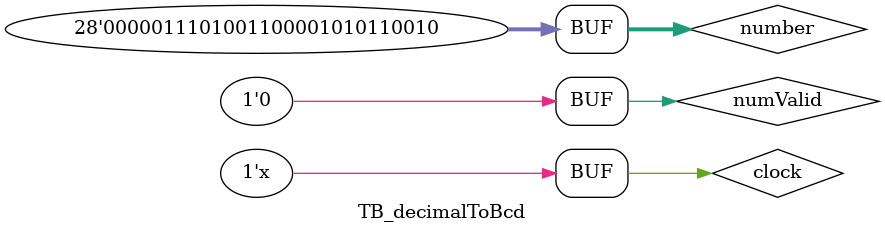
<source format=v>
`timescale 1ns / 1ps


module TB_decimalToBcd;

    reg clock=0, numValid=0;
    reg [27:0] number=0;
    wire bcdValid;
    wire [31:0] bcd;

    decimalToBcd UUT(
        .in_clock(clock),
        .in_reset(1'b0),
        .in_enable(1'b1),
        .in_number(number),
        .in_numberValid(numValid),
        .out_bcdValid(bcdValid),
        .out_bcd(bcd));
        
    always begin
        #1 clock = ~clock;
    end
    
    initial begin
        number = 28'd7652018;
        #1 numValid = 1;
        #5 numValid = 0;
    end

endmodule

</source>
